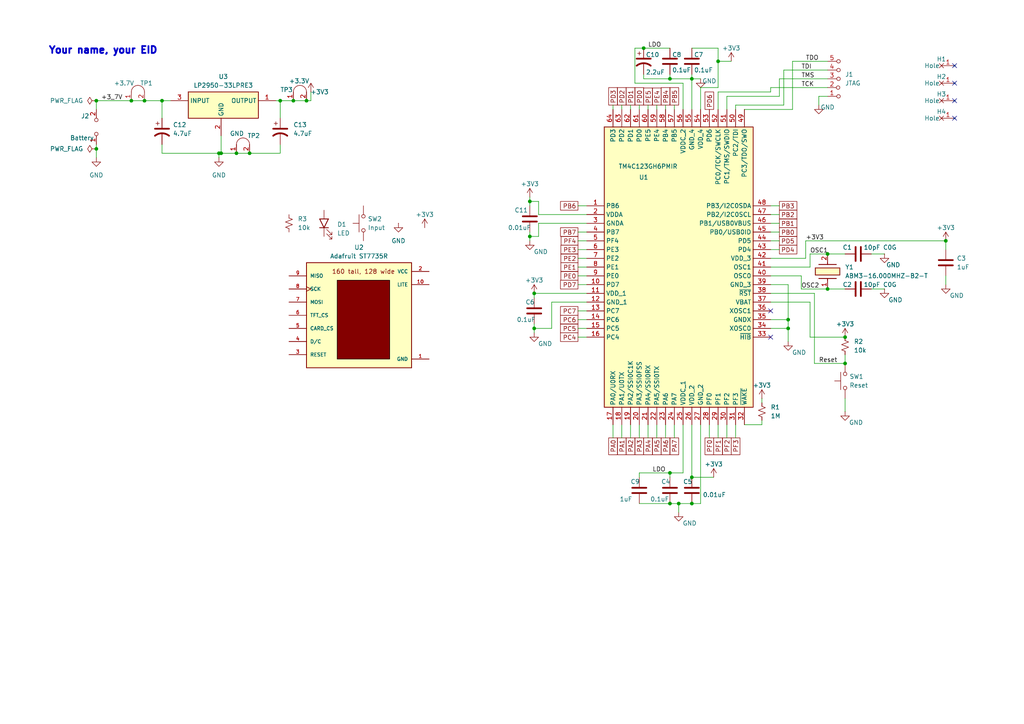
<source format=kicad_sch>
(kicad_sch (version 20231120) (generator "eeschema") (generator_version "8.0")
  (paper "A4")
  (title_block (title "ECE 445L Lab6 Project") (date "2024-02-27") (rev "v1.0.1") (company "The University of Texas at Austin"))
  (lib_symbols
    (symbol "ECE445L:ABM3-16.000MHZ-B2-T" (pin_names hide)
      (property "Reference" "Y" (at 8.89 6.35 0))
      (property "Value" "ABM3-16.000MHZ-B2-T" (at 8.89 3.81 0))
      (symbol "ABM3-16.000MHZ-B2-T_1_1"
        (polyline (pts (xy 3.048 0) (xy 2.54 0)) (stroke (width 0.254)))
        (polyline (pts (xy 3.048 2.54) (xy 3.048 -2.54)) (stroke (width 0.254)))
        (polyline (pts (xy 7.112 0) (xy 7.62 0)) (stroke (width 0.254)))
        (polyline (pts (xy 7.112 2.54) (xy 7.112 -2.54)) (stroke (width 0.254)))
        (rectangle (start 4.064 3.556) (end 6.096 -3.556) (stroke (width 0.254)) (fill (type background)))
        (pin passive line (at 0 0 0) (length 2.54) (name "1") (number "1"))
        (pin passive line (at 10.16 0 180) (length 2.54) (name "2") (number "2"))
      )
    )
    (symbol "ECE445L:Adafruit_ST7735R" (pin_names (offset 1.016))
      (property "Reference" "U?" (at -15.24 16.002 0))
      (property "Value" "Adafruit ST7735R" (at -15.24 -17.78 0))
      (symbol "Adafruit_ST7735R_0_0"
        (rectangle (start -15.24 15.24) (end 15.24 -15.24) (stroke (width 0.254)) (fill (type background)))
      )
      (symbol "Adafruit_ST7735R_1_0"
        (pin power_in line (at 20.32 -12.7 180) (length 5.08) (name "GND") (number "1"))
        (pin power_in line (at 20.32 8.89 180) (length 5.08) (name "LITE") (number "10"))
        (pin power_in line (at 20.32 12.7 180) (length 5.08) (name "VCC") (number "2"))
        (pin input line (at -20.32 -11.43 0) (length 5.08) (name "RESET") (number "3"))
        (pin input line (at -20.32 -7.62 0) (length 5.08) (name "D/C") (number "4"))
        (pin input line (at -20.32 -3.81 0) (length 5.08) (name "CARD_CS") (number "5"))
        (pin input line (at -20.32 0 0) (length 5.08) (name "TFT_CS") (number "6"))
        (pin input line (at -20.32 3.81 0) (length 5.08) (name "MOSI") (number "7"))
        (pin input clock (at -20.32 7.62 0) (length 5.08) (name "SCK") (number "8"))
        (pin output line (at -20.32 11.43 0) (length 5.08) (name "MISO") (number "9"))
      )
      (symbol "Adafruit_ST7735R_1_1"
        (rectangle (start -6.35 10.16) (end 8.89 -12.7) (stroke (width 0) (color 0 0 0 1)) (fill (type color) (color 132 0 0 1)))
        (text "160 tall, 128 wide" (at 1.27 12.7 0) (effects (font (size 1.27 1.27))))
      )
    )
    (symbol "ECE445L:C" (pin_numbers hide) (pin_names (offset 0.254))
      (property "Reference" "C" (at 0.635 2.54 0))
      (property "Value" "C" (at 0.635 -2.54 0))
      (symbol "C_0_1"
        (polyline (pts (xy -2.032 -0.762) (xy 2.032 -0.762)) (stroke (width 0.508)))
        (polyline (pts (xy -2.032 0.762) (xy 2.032 0.762)) (stroke (width 0.508)))
      )
      (symbol "C_1_1"
        (pin passive line (at 0 3.81 270) (length 2.794) (name "~") (number "1"))
        (pin passive line (at 0 -3.81 90) (length 2.794) (name "~") (number "2"))
      )
    )
    (symbol "ECE445L:C_Polarized" (pin_numbers hide) (pin_names (offset 0.254) hide)
      (property "Reference" "C" (at 0.635 2.54 0))
      (property "Value" "C_Polarized" (at 0.635 -2.54 0))
      (symbol "C_Polarized_0_1"
        (polyline (pts (xy -2.032 0.762) (xy 2.032 0.762)) (stroke (width 0.508)))
        (polyline (pts (xy -1.778 2.286) (xy -0.762 2.286)))
        (polyline (pts (xy -1.27 1.778) (xy -1.27 2.794)))
        (arc (start 2.032 -1.27) (mid 0 -0.5572) (end -2.032 -1.27) (stroke (width 0.508)))
      )
      (symbol "C_Polarized_1_1"
        (pin passive line (at 0 3.81 270) (length 2.794) (name "~") (number "1"))
        (pin passive line (at 0 -3.81 90) (length 3.302) (name "~") (number "2"))
      )
    )
    (symbol "ECE445L:Header_2" (pin_names (offset 0) hide)
      (property "Reference" "J" (at 0 2.794 0))
      (property "Value" "Header2" (at 0 -2.286 0))
      (symbol "Header_2_0_0"
        (circle (center -2.032 0) (radius 0.508))
        (circle (center 2.032 0) (radius 0.508))
      )
      (symbol "Header_2_1_1"
        (pin passive line (at -5.08 0 0) (length 2.54) (name "A") (number "1"))
        (pin passive line (at 5.08 0 180) (length 2.54) (name "B") (number "2"))
      )
    )
    (symbol "ECE445L:Header_5" (pin_names (offset 0) hide)
      (property "Reference" "J" (at 0 2.794 0))
      (property "Value" "Header_5" (at 8.89 -9.525 0))
      (symbol "Header_5_0_0"
        (circle (center 1.905 2.54) (radius 0.508))
      )
      (symbol "Header_5_1_0"
        (circle (center 1.905 -7.62) (radius 0.508))
        (circle (center 1.905 -5.08) (radius 0.508))
        (circle (center 1.905 -2.54) (radius 0.508))
        (circle (center 2.032 0) (radius 0.508))
      )
      (symbol "Header_5_1_1"
        (pin passive line (at 5.08 2.54 180) (length 2.54) (name "A") (number "1"))
        (pin passive line (at 5.08 0 180) (length 2.54) (name "B") (number "2"))
        (pin passive line (at 5.08 -2.54 180) (length 2.54) (name "C") (number "3"))
        (pin passive line (at 5.08 -5.08 180) (length 2.54) (name "C") (number "4"))
        (pin passive line (at 5.08 -7.62 180) (length 2.54) (name "C") (number "5"))
      )
    )
    (symbol "ECE445L:LED" (pin_numbers hide) (pin_names (offset 1.016) hide)
      (property "Reference" "D" (at 1.27 1.27 0))
      (property "Value" "LED" (at -5.08 -1.27 0))
      (symbol "LED_0_1"
        (polyline (pts (xy 0 -1.27) (xy -2.54 -1.27)) (stroke (width 0.254)))
        (polyline (pts (xy 0 1.27) (xy -2.54 1.27) (xy -1.27 -1.27) (xy 0 1.27)) (stroke (width 0.254)))
        (polyline (pts (xy -0.508 -3.048) (xy 1.016 -4.572) (xy 1.016 -3.81) (xy 1.016 -4.572) (xy 0.254 -4.572)))
        (polyline (pts (xy -0.508 -1.778) (xy 1.016 -3.302) (xy 1.016 -2.54) (xy 1.016 -3.302) (xy 0.254 -3.302)))
      )
      (symbol "LED_1_1"
        (pin passive line (at -1.27 -3.81 90) (length 2.54) (name "K") (number "1"))
        (pin passive line (at -1.27 3.81 270) (length 2.54) (name "A") (number "2"))
      )
    )
    (symbol "ECE445L:LP2950-33LPRE3"
      (property "Reference" "IC" (at 17.145 -2.54 0))
      (property "Value" "LP2950-33LPRE3" (at 8.255 4.445 0))
      (symbol "LP2950-33LPRE3_1_1"
        (rectangle (start 5.08 2.54) (end 25.4 -5.08) (stroke (width 0.254)) (fill (type background)))
        (pin power_out line (at 30.48 0 180) (length 5.08) (name "OUTPUT") (number "1"))
        (pin passive line (at 14.605 -10.16 90) (length 5.08) (name "GND") (number "2"))
        (pin power_in line (at 0 0 0) (length 5.08) (name "INPUT") (number "3"))
      )
    )
    (symbol "ECE445L:MountingHole"
      (property "Reference" "H" (at 0 0 0))
      (symbol "MountingHole_1_1"
        (pin power_in non_logic (at 0 0 180) (length 3.81) (name "Hole") (number "1"))
      )
    )
    (symbol "ECE445L:R_0.125W" (pin_numbers hide) (pin_names (offset 0.254) hide)
      (property "Reference" "R" (at 0.762 0.508 0))
      (property "Value" "R_0.125W" (at 0.762 -1.016 0))
      (symbol "R_0.125W_1_1"
        (polyline (pts (xy 0 0) (xy 1.016 -0.381) (xy 0 -0.762) (xy -1.016 -1.143) (xy 0 -1.524)))
        (polyline (pts (xy 0 1.524) (xy 1.016 1.143) (xy 0 0.762) (xy -1.016 0.381) (xy 0 0)))
        (pin passive line (at 0 2.54 270) (length 1.016) (name "~") (number "1"))
        (pin passive line (at 0 -2.54 90) (length 1.016) (name "~") (number "2"))
      )
    )
    (symbol "ECE445L:TM4C123GH6PMIR"
      (property "Reference" "IC" (at 49.53 27.94 0))
      (property "Value" "TM4C123GH6PMIR" (at 49.53 25.4 0))
      (symbol "TM4C123GH6PMIR_1_1"
        (rectangle (start 5.08 22.86) (end 48.26 -58.42) (stroke (width 0.254)) (fill (type background)))
        (pin passive line (at 0 0 0) (length 5.08) (name "PB6") (number "1"))
        (pin passive line (at 0 -22.86 0) (length 5.08) (name "PD7") (number "10"))
        (pin passive line (at 0 -25.4 0) (length 5.08) (name "VDD_1") (number "11"))
        (pin passive line (at 0 -27.94 0) (length 5.08) (name "GND_1") (number "12"))
        (pin passive line (at 0 -30.48 0) (length 5.08) (name "PC7") (number "13"))
        (pin passive line (at 0 -33.02 0) (length 5.08) (name "PC6") (number "14"))
        (pin passive line (at 0 -35.56 0) (length 5.08) (name "PC5") (number "15"))
        (pin passive line (at 0 -38.1 0) (length 5.08) (name "PC4") (number "16"))
        (pin passive line (at 7.62 -63.5 90) (length 5.08) (name "PA0/U0RX") (number "17"))
        (pin passive line (at 10.16 -63.5 90) (length 5.08) (name "PA1/U0TX") (number "18"))
        (pin passive line (at 12.7 -63.5 90) (length 5.08) (name "PA2/SSI0C1K") (number "19"))
        (pin passive line (at 0 -2.54 0) (length 5.08) (name "VDDA") (number "2"))
        (pin passive line (at 15.24 -63.5 90) (length 5.08) (name "PA3/SSI0FSS") (number "20"))
        (pin passive line (at 17.78 -63.5 90) (length 5.08) (name "PA4/SSI0RX") (number "21"))
        (pin passive line (at 20.32 -63.5 90) (length 5.08) (name "PA5/SSI0TX") (number "22"))
        (pin passive line (at 22.86 -63.5 90) (length 5.08) (name "PA6") (number "23"))
        (pin passive line (at 25.4 -63.5 90) (length 5.08) (name "PA7") (number "24"))
        (pin passive line (at 27.94 -63.5 90) (length 5.08) (name "VDDC_1") (number "25"))
        (pin passive line (at 30.48 -63.5 90) (length 5.08) (name "VDD_2") (number "26"))
        (pin passive line (at 33.02 -63.5 90) (length 5.08) (name "GND_2") (number "27"))
        (pin passive line (at 35.56 -63.5 90) (length 5.08) (name "PF0") (number "28"))
        (pin passive line (at 38.1 -63.5 90) (length 5.08) (name "PF1") (number "29"))
        (pin passive line (at 0 -5.08 0) (length 5.08) (name "GNDA") (number "3"))
        (pin passive line (at 40.64 -63.5 90) (length 5.08) (name "PF2") (number "30"))
        (pin passive line (at 43.18 -63.5 90) (length 5.08) (name "PF3") (number "31"))
        (pin passive line (at 45.72 -63.5 90) (length 5.08) (name "~{WAKE}") (number "32"))
        (pin passive line (at 53.34 -38.1 180) (length 5.08) (name "~{HIB}") (number "33"))
        (pin passive line (at 53.34 -35.56 180) (length 5.08) (name "XOSC0") (number "34"))
        (pin passive line (at 53.34 -33.02 180) (length 5.08) (name "GNDX") (number "35"))
        (pin passive line (at 53.34 -30.48 180) (length 5.08) (name "XOSC1") (number "36"))
        (pin passive line (at 53.34 -27.94 180) (length 5.08) (name "VBAT") (number "37"))
        (pin passive line (at 53.34 -25.4 180) (length 5.08) (name "~{RST}") (number "38"))
        (pin passive line (at 53.34 -22.86 180) (length 5.08) (name "GND_3") (number "39"))
        (pin passive line (at 0 -7.62 0) (length 5.08) (name "PB7") (number "4"))
        (pin passive line (at 53.34 -20.32 180) (length 5.08) (name "OSC0") (number "40"))
        (pin passive line (at 53.34 -17.78 180) (length 5.08) (name "OSC1") (number "41"))
        (pin passive line (at 53.34 -15.24 180) (length 5.08) (name "VDD_3") (number "42"))
        (pin passive line (at 53.34 -12.7 180) (length 5.08) (name "PD4") (number "43"))
        (pin passive line (at 53.34 -10.16 180) (length 5.08) (name "PD5") (number "44"))
        (pin passive line (at 53.34 -7.62 180) (length 5.08) (name "PB0/USB0ID") (number "45"))
        (pin passive line (at 53.34 -5.08 180) (length 5.08) (name "PB1/USB0VBUS") (number "46"))
        (pin passive line (at 53.34 -2.54 180) (length 5.08) (name "PB2/I2C0SCL") (number "47"))
        (pin passive line (at 53.34 0 180) (length 5.08) (name "PB3/I2C0SDA") (number "48"))
        (pin passive line (at 45.72 27.94 270) (length 5.08) (name "PC3/TDO/SWO") (number "49"))
        (pin passive line (at 0 -10.16 0) (length 5.08) (name "PF4") (number "5"))
        (pin passive line (at 43.18 27.94 270) (length 5.08) (name "PC2/TDI") (number "50"))
        (pin passive line (at 40.64 27.94 270) (length 5.08) (name "PC1/TMS/SWDIO") (number "51"))
        (pin passive line (at 38.1 27.94 270) (length 5.08) (name "PC0/TCK/SWCLK") (number "52"))
        (pin passive line (at 35.56 27.94 270) (length 5.08) (name "PD6") (number "53"))
        (pin passive line (at 33.02 27.94 270) (length 5.08) (name "VDD_4") (number "54"))
        (pin passive line (at 30.48 27.94 270) (length 5.08) (name "GND_4") (number "55"))
        (pin passive line (at 27.94 27.94 270) (length 5.08) (name "VDDC_2") (number "56"))
        (pin passive line (at 25.4 27.94 270) (length 5.08) (name "PB5") (number "57"))
        (pin passive line (at 22.86 27.94 270) (length 5.08) (name "PB4") (number "58"))
        (pin passive line (at 20.32 27.94 270) (length 5.08) (name "PE4") (number "59"))
        (pin passive line (at 0 -12.7 0) (length 5.08) (name "PE3") (number "6"))
        (pin passive line (at 17.78 27.94 270) (length 5.08) (name "PE5") (number "60"))
        (pin passive line (at 15.24 27.94 270) (length 5.08) (name "PD0") (number "61"))
        (pin passive line (at 12.7 27.94 270) (length 5.08) (name "PD1") (number "62"))
        (pin passive line (at 10.16 27.94 270) (length 5.08) (name "PD2") (number "63"))
        (pin passive line (at 7.62 27.94 270) (length 5.08) (name "PD3") (number "64"))
        (pin passive line (at 0 -15.24 0) (length 5.08) (name "PE2") (number "7"))
        (pin passive line (at 0 -17.78 0) (length 5.08) (name "PE1") (number "8"))
        (pin passive line (at 0 -20.32 0) (length 5.08) (name "PE0") (number "9"))
      )
    )
    (symbol "ECE445L:Testpoint" (pin_names (offset 0) hide)
      (property "Reference" "TP" (at 0 2.794 0))
      (property "Value" "TP" (at 0 -2.286 0))
      (symbol "Testpoint_0_1"
        (arc (start 0 4.445) (mid -1.347 3.887) (end -1.905 2.54))
        (arc (start 1.9051 2.5401) (mid 1.3471 3.8871) (end 0.0001 4.4451))
      )
      (symbol "Testpoint_1_1"
        (pin passive line (at -1.905 0 90) (length 2.54) (name "A") (number "1"))
        (pin passive line (at 1.905 0 90) (length 2.54) (name "B") (number "2"))
      )
    )
    (symbol "Switch:SW_Push" (pin_numbers hide) (pin_names (offset 1.016) hide)
      (property "Reference" "SW" (at 1.27 2.54 0))
      (property "Value" "SW_Push" (at 0 -1.524 0))
      (symbol "SW_Push_0_1"
        (circle (center -2.032 0) (radius 0.508))
        (polyline (pts (xy 0 1.27) (xy 0 3.048)))
        (polyline (pts (xy 2.54 1.27) (xy -2.54 1.27)))
        (circle (center 2.032 0) (radius 0.508))
        (pin passive line (at -5.08 0 0) (length 2.54) (name "1") (number "1"))
        (pin passive line (at 5.08 0 180) (length 2.54) (name "2") (number "2"))
      )
    )
    (symbol "power:+3V3" (power) (pin_numbers hide) (pin_names (offset 0) hide)
      (property "Value" "+3V3" (at 0 3.556 0))
      (symbol "+3V3_0_1"
        (polyline (pts (xy -0.762 1.27) (xy 0 2.54)))
        (polyline (pts (xy 0 0) (xy 0 2.54)))
        (polyline (pts (xy 0 2.54) (xy 0.762 1.27)))
      )
      (symbol "+3V3_1_1"
        (pin power_in line (at 0 0 90) (length 0) (name "~") (number "1"))
      )
    )
    (symbol "power:GND" (power) (pin_numbers hide) (pin_names (offset 0) hide)
      (property "Value" "GND" (at 0 -3.81 0))
      (symbol "GND_0_1"
        (polyline (pts (xy 0 0) (xy 0 -1.27) (xy 1.27 -1.27) (xy 0 -2.54) (xy -1.27 -1.27) (xy 0 -1.27)))
      )
      (symbol "GND_1_1"
        (pin power_in line (at 0 0 270) (length 0) (name "~") (number "1"))
      )
    )
    (symbol "power:PWR_FLAG" (power) (pin_numbers hide) (pin_names (offset 0) hide)
      (property "Value" "PWR_FLAG" (at 0 3.81 0))
      (symbol "PWR_FLAG_0_0"
        (pin power_out line (at 0 0 90) (length 0) (name "~") (number "1"))
      )
      (symbol "PWR_FLAG_0_1"
        (polyline (pts (xy 0 0) (xy 0 1.27) (xy -1.016 1.905) (xy 0 2.54) (xy 1.016 1.905) (xy 0 1.27)))
      )
    )
  )
  (junction (at 200.66 22.86))
  (junction (at 41.91 29.21))
  (junction (at 274.32 69.85))
  (junction (at 245.11 105.41))
  (junction (at 38.1 29.21))
  (junction (at 46.99 29.21))
  (junction (at 240.03 73.66))
  (junction (at 196.85 146.05))
  (junction (at 27.94 43.18))
  (junction (at 186.69 13.97))
  (junction (at 194.31 146.05))
  (junction (at 81.28 29.21))
  (junction (at 154.94 95.25))
  (junction (at 194.31 137.16))
  (junction (at 153.67 58.42))
  (junction (at 68.58 44.45))
  (junction (at 200.66 138.43))
  (junction (at 64.135 44.45))
  (junction (at 72.39 44.45))
  (junction (at 228.6 95.25))
  (junction (at 85.09 29.21))
  (junction (at 208.28 17.78))
  (junction (at 228.6 92.71))
  (junction (at 27.94 29.21))
  (junction (at 154.94 85.09))
  (junction (at 240.03 83.82))
  (junction (at 245.11 97.79))
  (junction (at 153.67 68.58))
  (junction (at 200.66 146.05))
  (junction (at 194.31 22.86))
  (junction (at 88.9 29.21))
  (junction (at 63.5 44.45))
  (no_connect (at 276.86 34.29))
  (no_connect (at 223.52 97.79))
  (no_connect (at 276.86 19.05))
  (no_connect (at 276.86 24.13))
  (no_connect (at 223.52 90.17))
  (no_connect (at 276.86 29.21))
  (wire (pts (xy 208.28 13.97) (xy 200.66 13.97)))
  (wire (pts (xy 203.2 25.4) (xy 208.28 25.4)))
  (wire (pts (xy 213.36 123.19) (xy 213.36 127)))
  (wire (pts (xy 274.32 80.01) (xy 274.32 82.55)))
  (wire (pts (xy 232.41 83.82) (xy 240.03 83.82)))
  (wire (pts (xy 185.42 137.16) (xy 194.31 137.16)))
  (wire (pts (xy 240.03 83.82) (xy 245.11 83.82)))
  (wire (pts (xy 220.98 115.57) (xy 220.98 116.84)))
  (wire (pts (xy 154.94 93.98) (xy 154.94 95.25)))
  (wire (pts (xy 200.66 123.19) (xy 200.66 138.43)))
  (wire (pts (xy 245.11 115.57) (xy 245.11 119.38)))
  (wire (pts (xy 212.09 17.78) (xy 208.28 17.78)))
  (wire (pts (xy 46.99 44.45) (xy 63.5 44.45)))
  (wire (pts (xy 208.28 17.78) (xy 208.28 25.4)))
  (wire (pts (xy 190.5 30.48) (xy 190.5 31.75)))
  (wire (pts (xy 223.52 69.85) (xy 226.06 69.85)))
  (wire (pts (xy 223.52 80.01) (xy 232.41 80.01)))
  (wire (pts (xy 274.32 69.85) (xy 274.32 72.39)))
  (wire (pts (xy 227.33 30.48) (xy 227.33 20.32)))
  (wire (pts (xy 223.52 72.39) (xy 226.06 72.39)))
  (wire (pts (xy 208.28 26.67) (xy 223.52 26.67)))
  (wire (pts (xy 194.31 146.05) (xy 196.85 146.05)))
  (wire (pts (xy 203.2 123.19) (xy 203.2 146.05)))
  (wire (pts (xy 194.31 22.86) (xy 200.66 22.86)))
  (wire (pts (xy 68.58 44.45) (xy 72.39 44.45)))
  (wire (pts (xy 88.9 29.21) (xy 90.17 29.21)))
  (wire (pts (xy 200.66 146.05) (xy 196.85 146.05)))
  (wire (pts (xy 203.2 146.05) (xy 200.66 146.05)))
  (wire (pts (xy 229.87 31.75) (xy 229.87 17.78)))
  (wire (pts (xy 167.64 92.71) (xy 170.18 92.71)))
  (wire (pts (xy 194.31 137.16) (xy 194.31 138.43)))
  (wire (pts (xy 200.66 22.86) (xy 200.66 31.75)))
  (wire (pts (xy 210.82 123.19) (xy 210.82 127)))
  (wire (pts (xy 160.02 87.63) (xy 160.02 95.25)))
  (wire (pts (xy 187.96 30.48) (xy 187.96 31.75)))
  (wire (pts (xy 196.85 146.05) (xy 196.85 148.59)))
  (wire (pts (xy 233.68 69.85) (xy 274.32 69.85)))
  (wire (pts (xy 228.6 95.25) (xy 228.6 99.06)))
  (wire (pts (xy 252.73 73.66) (xy 256.54 73.66)))
  (wire (pts (xy 223.52 74.93) (xy 233.68 74.93)))
  (wire (pts (xy 208.28 13.97) (xy 208.28 17.78)))
  (wire (pts (xy 200.66 21.59) (xy 200.66 22.86)))
  (wire (pts (xy 234.95 73.66) (xy 240.03 73.66)))
  (wire (pts (xy 226.06 27.94) (xy 226.06 22.86)))
  (wire (pts (xy 167.64 77.47) (xy 170.18 77.47)))
  (wire (pts (xy 198.12 123.19) (xy 198.12 137.16)))
  (wire (pts (xy 223.52 77.47) (xy 234.95 77.47)))
  (wire (pts (xy 167.64 59.69) (xy 170.18 59.69)))
  (wire (pts (xy 177.8 30.48) (xy 177.8 31.75)))
  (wire (pts (xy 186.69 13.97) (xy 194.31 13.97)))
  (wire (pts (xy 187.96 123.19) (xy 187.96 127)))
  (wire (pts (xy 154.94 85.09) (xy 154.94 86.36)))
  (wire (pts (xy 198.12 137.16) (xy 194.31 137.16)))
  (wire (pts (xy 63.5 44.45) (xy 63.5 45.72)))
  (wire (pts (xy 234.95 97.79) (xy 245.11 97.79)))
  (wire (pts (xy 167.64 67.31) (xy 170.18 67.31)))
  (wire (pts (xy 223.52 85.09) (xy 236.22 85.09)))
  (wire (pts (xy 153.67 58.42) (xy 156.21 58.42)))
  (wire (pts (xy 223.52 26.67) (xy 223.52 25.4)))
  (wire (pts (xy 223.52 59.69) (xy 226.06 59.69)))
  (wire (pts (xy 81.28 41.91) (xy 81.28 44.45)))
  (wire (pts (xy 27.94 43.18) (xy 27.94 45.72)))
  (wire (pts (xy 223.52 87.63) (xy 234.95 87.63)))
  (wire (pts (xy 177.8 123.19) (xy 177.8 127)))
  (wire (pts (xy 170.18 87.63) (xy 160.02 87.63)))
  (wire (pts (xy 46.99 41.91) (xy 46.99 44.45)))
  (wire (pts (xy 156.21 64.77) (xy 156.21 68.58)))
  (wire (pts (xy 160.02 95.25) (xy 154.94 95.25)))
  (wire (pts (xy 167.64 97.79) (xy 170.18 97.79)))
  (wire (pts (xy 182.88 30.48) (xy 182.88 31.75)))
  (wire (pts (xy 46.99 29.21) (xy 49.53 29.21)))
  (wire (pts (xy 81.28 29.21) (xy 85.09 29.21)))
  (wire (pts (xy 198.12 31.75) (xy 198.12 24.13)))
  (wire (pts (xy 27.94 29.21) (xy 38.1 29.21)))
  (wire (pts (xy 156.21 68.58) (xy 153.67 68.58)))
  (wire (pts (xy 184.15 24.13) (xy 184.15 13.97)))
  (wire (pts (xy 210.82 31.75) (xy 210.82 27.94)))
  (wire (pts (xy 205.74 123.19) (xy 205.74 127)))
  (wire (pts (xy 170.18 64.77) (xy 156.21 64.77)))
  (wire (pts (xy 215.9 31.75) (xy 229.87 31.75)))
  (wire (pts (xy 228.6 92.71) (xy 228.6 95.25)))
  (wire (pts (xy 194.31 21.59) (xy 194.31 22.86)))
  (wire (pts (xy 233.68 74.93) (xy 233.68 69.85)))
  (wire (pts (xy 223.52 92.71) (xy 228.6 92.71)))
  (wire (pts (xy 156.21 62.23) (xy 170.18 62.23)))
  (wire (pts (xy 153.67 68.58) (xy 153.67 69.85)))
  (wire (pts (xy 223.52 64.77) (xy 226.06 64.77)))
  (wire (pts (xy 90.17 29.21) (xy 90.17 26.67)))
  (wire (pts (xy 167.64 82.55) (xy 170.18 82.55)))
  (wire (pts (xy 184.15 13.97) (xy 186.69 13.97)))
  (wire (pts (xy 213.36 31.75) (xy 213.36 30.48)))
  (wire (pts (xy 85.09 29.21) (xy 88.9 29.21)))
  (wire (pts (xy 228.6 82.55) (xy 228.6 92.71)))
  (wire (pts (xy 182.88 123.19) (xy 182.88 127)))
  (wire (pts (xy 41.91 29.21) (xy 46.99 29.21)))
  (wire (pts (xy 64.135 44.45) (xy 68.58 44.45)))
  (wire (pts (xy 200.66 22.86) (xy 203.2 22.86)))
  (wire (pts (xy 208.28 31.75) (xy 208.28 26.67)))
  (wire (pts (xy 223.52 95.25) (xy 228.6 95.25)))
  (wire (pts (xy 208.28 123.19) (xy 208.28 127)))
  (wire (pts (xy 213.36 30.48) (xy 227.33 30.48)))
  (wire (pts (xy 223.52 62.23) (xy 226.06 62.23)))
  (wire (pts (xy 215.9 123.19) (xy 220.98 123.19)))
  (wire (pts (xy 229.87 17.78) (xy 240.03 17.78)))
  (wire (pts (xy 167.64 95.25) (xy 170.18 95.25)))
  (wire (pts (xy 72.39 44.45) (xy 81.28 44.45)))
  (wire (pts (xy 63.5 44.45) (xy 64.135 44.45)))
  (wire (pts (xy 220.98 123.19) (xy 220.98 121.92)))
  (wire (pts (xy 180.34 30.48) (xy 180.34 31.75)))
  (wire (pts (xy 27.94 41.91) (xy 27.94 43.18)))
  (wire (pts (xy 80.01 29.21) (xy 81.28 29.21)))
  (wire (pts (xy 203.2 31.75) (xy 203.2 25.4)))
  (wire (pts (xy 153.67 58.42) (xy 153.67 59.69)))
  (wire (pts (xy 245.11 102.87) (xy 245.11 105.41)))
  (wire (pts (xy 198.12 24.13) (xy 184.15 24.13)))
  (wire (pts (xy 186.69 22.86) (xy 194.31 22.86)))
  (wire (pts (xy 153.67 67.31) (xy 153.67 68.58)))
  (wire (pts (xy 234.95 87.63) (xy 234.95 97.79)))
  (wire (pts (xy 154.94 95.25) (xy 154.94 96.52)))
  (wire (pts (xy 185.42 30.48) (xy 185.42 31.75)))
  (wire (pts (xy 240.03 73.66) (xy 245.11 73.66)))
  (wire (pts (xy 167.64 72.39) (xy 170.18 72.39)))
  (wire (pts (xy 227.33 20.32) (xy 240.03 20.32)))
  (wire (pts (xy 193.04 123.19) (xy 193.04 127)))
  (wire (pts (xy 153.67 57.15) (xy 153.67 58.42)))
  (wire (pts (xy 240.03 27.94) (xy 237.49 27.94)))
  (wire (pts (xy 167.64 69.85) (xy 170.18 69.85)))
  (wire (pts (xy 185.42 138.43) (xy 185.42 137.16)))
  (wire (pts (xy 193.04 30.48) (xy 193.04 31.75)))
  (wire (pts (xy 236.22 85.09) (xy 236.22 105.41)))
  (wire (pts (xy 167.64 90.17) (xy 170.18 90.17)))
  (wire (pts (xy 170.18 85.09) (xy 154.94 85.09)))
  (wire (pts (xy 223.52 67.31) (xy 226.06 67.31)))
  (wire (pts (xy 64.135 39.37) (xy 64.135 44.45)))
  (wire (pts (xy 46.99 29.21) (xy 46.99 34.29)))
  (wire (pts (xy 200.66 138.43) (xy 207.01 138.43)))
  (wire (pts (xy 156.21 62.23) (xy 156.21 58.42)))
  (wire (pts (xy 234.95 77.47) (xy 234.95 73.66)))
  (wire (pts (xy 167.64 80.01) (xy 170.18 80.01)))
  (wire (pts (xy 232.41 80.01) (xy 232.41 83.82)))
  (wire (pts (xy 210.82 27.94) (xy 226.06 27.94)))
  (wire (pts (xy 226.06 22.86) (xy 240.03 22.86)))
  (wire (pts (xy 223.52 82.55) (xy 228.6 82.55)))
  (wire (pts (xy 27.94 29.21) (xy 27.94 31.75)))
  (wire (pts (xy 185.42 146.05) (xy 194.31 146.05)))
  (wire (pts (xy 185.42 123.19) (xy 185.42 127)))
  (wire (pts (xy 180.34 123.19) (xy 180.34 127)))
  (wire (pts (xy 81.28 29.21) (xy 81.28 34.29)))
  (wire (pts (xy 252.73 83.82) (xy 256.54 83.82)))
  (wire (pts (xy 186.69 21.59) (xy 186.69 22.86)))
  (wire (pts (xy 236.22 105.41) (xy 245.11 105.41)))
  (wire (pts (xy 167.64 74.93) (xy 170.18 74.93)))
  (wire (pts (xy 195.58 123.19) (xy 195.58 127)))
  (wire (pts (xy 195.58 30.48) (xy 195.58 31.75)))
  (wire (pts (xy 237.49 27.94) (xy 237.49 30.48)))
  (wire (pts (xy 38.1 29.21) (xy 41.91 29.21)))
  (wire (pts (xy 223.52 25.4) (xy 240.03 25.4)))
  (wire (pts (xy 190.5 123.19) (xy 190.5 127)))
  (text "Your name, your EID" (at 13.97 15.875 0) (effects (font (size 2 2) (thickness 0.6) (bold yes)) (justify left bottom)))
  (label "OSC2" (at 232.41 83.82 0))
  (label "TCK" (at 232.41 25.4 0))
  (label "TDI" (at 232.41 20.32 0))
  (label "LDO" (at 189.23 137.16 0))
  (label "TDO" (at 233.68 17.78 0))
  (label "TMS" (at 232.41 22.86 0))
  (label "LDO" (at 187.96 13.97 0))
  (label "OSC1" (at 234.95 73.66 0))
  (label "Reset" (at 237.49 105.41 0))
  (label "+3V3" (at 233.68 69.85 0))
  (label "+3_7V" (at 35.56 29.21 180))
  (global_label "PD7" (shape passive) (at 167.64 82.55 180) (property "Intersheetrefs" "${INTERSHEET_REFS}" (effects (hide yes))))
  (global_label "PE4" (shape passive) (at 190.5 30.48 90) (property "Intersheetrefs" "${INTERSHEET_REFS}" (effects (hide yes))))
  (global_label "PC7" (shape passive) (at 167.64 90.17 180) (property "Intersheetrefs" "${INTERSHEET_REFS}" (effects (hide yes))))
  (global_label "PF3" (shape passive) (at 213.36 127 270) (property "Intersheetrefs" "${INTERSHEET_REFS}" (effects (hide yes))))
  (global_label "PD2" (shape passive) (at 180.34 30.48 90) (property "Intersheetrefs" "${INTERSHEET_REFS}" (effects (hide yes))))
  (global_label "PA0" (shape passive) (at 177.8 127 270) (property "Intersheetrefs" "${INTERSHEET_REFS}" (effects (hide yes))))
  (global_label "PA4" (shape passive) (at 187.96 127 270) (property "Intersheetrefs" "${INTERSHEET_REFS}" (effects (hide yes))))
  (global_label "PB3" (shape passive) (at 226.06 59.69 0) (property "Intersheetrefs" "${INTERSHEET_REFS}" (effects (hide yes))))
  (global_label "PD3" (shape passive) (at 177.8 30.48 90) (property "Intersheetrefs" "${INTERSHEET_REFS}" (effects (hide yes))))
  (global_label "PB5" (shape passive) (at 195.58 30.48 90) (property "Intersheetrefs" "${INTERSHEET_REFS}" (effects (hide yes))))
  (global_label "PB1" (shape passive) (at 226.06 64.77 0) (property "Intersheetrefs" "${INTERSHEET_REFS}" (effects (hide yes))))
  (global_label "PD4" (shape passive) (at 226.06 72.39 0) (property "Intersheetrefs" "${INTERSHEET_REFS}" (effects (hide yes))))
  (global_label "PC6" (shape passive) (at 167.64 92.71 180) (property "Intersheetrefs" "${INTERSHEET_REFS}" (effects (hide yes))))
  (global_label "PA1" (shape passive) (at 180.34 127 270) (property "Intersheetrefs" "${INTERSHEET_REFS}" (effects (hide yes))))
  (global_label "PA6" (shape passive) (at 193.04 127 270) (property "Intersheetrefs" "${INTERSHEET_REFS}" (effects (hide yes))))
  (global_label "PC4" (shape passive) (at 167.64 97.79 180) (property "Intersheetrefs" "${INTERSHEET_REFS}" (effects (hide yes))))
  (global_label "PF1" (shape passive) (at 208.28 127 270) (property "Intersheetrefs" "${INTERSHEET_REFS}" (effects (hide yes))))
  (global_label "PB4" (shape passive) (at 193.04 30.48 90) (property "Intersheetrefs" "${INTERSHEET_REFS}" (effects (hide yes))))
  (global_label "PF2" (shape passive) (at 210.82 127 270) (property "Intersheetrefs" "${INTERSHEET_REFS}" (effects (hide yes))))
  (global_label "PC5" (shape passive) (at 167.64 95.25 180) (property "Intersheetrefs" "${INTERSHEET_REFS}" (effects (hide yes))))
  (global_label "PF4" (shape passive) (at 167.64 69.85 180) (property "Intersheetrefs" "${INTERSHEET_REFS}" (effects (hide yes))))
  (global_label "PF0" (shape passive) (at 205.74 127 270) (property "Intersheetrefs" "${INTERSHEET_REFS}" (effects (hide yes))))
  (global_label "PA3" (shape passive) (at 185.42 127 270) (property "Intersheetrefs" "${INTERSHEET_REFS}" (effects (hide yes))))
  (global_label "PB2" (shape passive) (at 226.06 62.23 0) (property "Intersheetrefs" "${INTERSHEET_REFS}" (effects (hide yes))))
  (global_label "PD0" (shape passive) (at 185.42 30.48 90) (property "Intersheetrefs" "${INTERSHEET_REFS}" (effects (hide yes))))
  (global_label "PE3" (shape passive) (at 167.64 72.39 180) (property "Intersheetrefs" "${INTERSHEET_REFS}" (effects (hide yes))))
  (global_label "PB6" (shape passive) (at 167.64 59.69 180) (property "Intersheetrefs" "${INTERSHEET_REFS}" (effects (hide yes))))
  (global_label "PD1" (shape passive) (at 182.88 30.48 90) (property "Intersheetrefs" "${INTERSHEET_REFS}" (effects (hide yes))))
  (global_label "PE1" (shape passive) (at 167.64 77.47 180) (property "Intersheetrefs" "${INTERSHEET_REFS}" (effects (hide yes))))
  (global_label "PB7" (shape passive) (at 167.64 67.31 180) (property "Intersheetrefs" "${INTERSHEET_REFS}" (effects (hide yes))))
  (global_label "PA7" (shape passive) (at 195.58 127 270) (property "Intersheetrefs" "${INTERSHEET_REFS}" (effects (hide yes))))
  (global_label "PE5" (shape passive) (at 187.96 30.48 90) (property "Intersheetrefs" "${INTERSHEET_REFS}" (effects (hide yes))))
  (global_label "PA5" (shape passive) (at 190.5 127 270) (property "Intersheetrefs" "${INTERSHEET_REFS}" (effects (hide yes))))
  (global_label "PD6" (shape passive) (at 205.74 31.75 90) (property "Intersheetrefs" "${INTERSHEET_REFS}" (effects (hide yes))))
  (global_label "PB0" (shape passive) (at 226.06 67.31 0) (property "Intersheetrefs" "${INTERSHEET_REFS}" (effects (hide yes))))
  (global_label "PE0" (shape passive) (at 167.64 80.01 180) (property "Intersheetrefs" "${INTERSHEET_REFS}" (effects (hide yes))))
  (global_label "PD5" (shape passive) (at 226.06 69.85 0) (property "Intersheetrefs" "${INTERSHEET_REFS}" (effects (hide yes))))
  (global_label "PA2" (shape passive) (at 182.88 127 270) (property "Intersheetrefs" "${INTERSHEET_REFS}" (effects (hide yes))))
  (global_label "PE2" (shape passive) (at 167.64 74.93 180) (property "Intersheetrefs" "${INTERSHEET_REFS}" (effects (hide yes))))
  (symbol (lib_id "power:GND") (at 203.2 22.86 0) (unit 1)
    (property "Reference" "#PWR015" (effects (hide yes)))
    (property "Value" "GND" (at 205.74 23.495 0))
    (property "Description" "Power symbol creates a global label with name \"GND\" , ground" (effects (hide yes)))
  )
  (symbol (lib_id "ECE445L:C") (at 154.94 90.17 0) (unit 1)
    (property "Reference" "C6" (at 152.4 87.63 0) (effects (justify left)))
    (property "Value" "0.1uF" (at 149.86 92.71 0) (effects (justify left)))
    (property "Footprint" "ECE445L:C_Axial_200mil" (effects (hide yes)))
    (property "Description" "Unpolarized capacitor" (effects (hide yes)))
  )
  (symbol (lib_id "power:GND") (at 196.85 148.59 0) (unit 1)
    (property "Reference" "#PWR012" (effects (hide yes)))
    (property "Value" "GND" (at 200.025 151.765 0))
    (property "Description" "Power symbol creates a global label with name \"GND\" , ground" (effects (hide yes)))
  )
  (symbol (lib_id "ECE445L:C") (at 200.66 17.78 0) (unit 1)
    (property "Reference" "C7" (at 201.295 15.875 0) (effects (justify left)))
    (property "Value" "0.1uF" (at 201.295 20.32 0) (effects (justify left)))
    (property "Footprint" "ECE445L:C_Axial_200mil" (effects (hide yes)))
    (property "Description" "Unpolarized capacitor" (effects (hide yes)))
  )
  (symbol (lib_id "ECE445L:C_Polarized") (at 46.99 38.1 0) (unit 1)
    (property "Reference" "C12" (at 50.165 36.195 0) (effects (justify left)))
    (property "Value" "4.7uF" (at 50.165 38.735 0) (effects (justify left)))
    (property "Footprint" "ECE445L:CP_Radial_Tantal200mil" (effects (hide yes)))
    (property "Description" "Polarized capacitor, US symbol" (effects (hide yes)))
  )
  (symbol (lib_id "ECE445L:R_0.125W") (at 245.11 100.33 0) (unit 1)
    (property "Reference" "R2" (at 247.65 99.06 0) (effects (justify left)))
    (property "Value" "10k" (at 247.65 101.6 0) (effects (justify left)))
    (property "Footprint" "ECE445L:R_Axial_DIN0204_L3.6mm_D1.6mm_P7.62mm_Horizontal" (effects (hide yes)))
    (property "Datasheet" "https://users.ece.utexas.edu/~valvano/mspm0/CarbonFilmresistors.pdf" (effects (hide yes)))
    (property "Description" "Resistor, small US symbol" (effects (hide yes)))
  )
  (symbol (lib_id "power:+3V3") (at 220.98 115.57 0) (unit 1)
    (property "Reference" "#PWR03" (effects (hide yes)))
    (property "Value" "+3V3" (at 220.98 111.76 0))
    (property "Description" "Power symbol creates a global label with name \"+3V3\"" (effects (hide yes)))
  )
  (symbol (lib_id "Switch:SW_Push") (at 105.41 64.77 90) (unit 1)
    (property "Reference" "SW2" (at 106.68 63.5 90) (effects (justify right)))
    (property "Value" "Input" (at 106.68 66.04 90) (effects (justify right)))
    (property "Footprint" "Button_Switch_THT:SW_PUSH_6mm" (effects (hide yes)))
    (property "Description" "Push button switch, generic, two pins" (effects (hide yes)))
  )
  (symbol (lib_id "ECE445L:C") (at 185.42 142.24 0) (unit 1)
    (property "Reference" "C9" (at 182.88 139.7 0) (effects (justify left)))
    (property "Value" "1uF" (at 179.705 144.78 0) (effects (justify left)))
    (property "Footprint" "ECE445L:C_Axial_200mil" (effects (hide yes)))
    (property "Description" "Unpolarized capacitor" (effects (hide yes)))
  )
  (symbol (lib_id "power:+3V3") (at 245.11 97.79 0) (unit 1)
    (property "Reference" "#PWR05" (effects (hide yes)))
    (property "Value" "+3V3" (at 245.11 93.98 0))
    (property "Description" "Power symbol creates a global label with name \"+3V3\"" (effects (hide yes)))
  )
  (symbol (lib_id "power:GND") (at 256.54 73.66 0) (unit 1)
    (property "Reference" "#PWR02" (effects (hide yes)))
    (property "Value" "GND" (at 259.08 76.835 0))
    (property "Description" "Power symbol creates a global label with name \"GND\" , ground" (effects (hide yes)))
  )
  (symbol (lib_id "power:PWR_FLAG") (at 27.94 29.21 90) (unit 1)
    (property "Reference" "#FLG01" (effects (hide yes)))
    (property "Value" "PWR_FLAG" (at 24.13 29.2099 90) (effects (justify left)))
    (property "Description" "Special symbol for telling ERC where power comes from" (effects (hide yes)))
  )
  (symbol (lib_id "ECE445L:LED") (at 95.25 64.77 0) (unit 1)
    (property "Reference" "D1" (at 97.79 65.0875 0) (effects (justify left)))
    (property "Value" "LED" (at 97.79 67.6275 0) (effects (justify left)))
    (property "Footprint" "ECE445L:LED_D5.0mm" (effects (hide yes)))
    (property "Datasheet" "https://users.ece.utexas.edu/~valvano/mspm0/HLMP-4700.pdf" (effects (hide yes)))
    (property "Description" "Light emitting diode" (effects (hide yes)))
  )
  (symbol (lib_id "ECE445L:C") (at 153.67 63.5 0) (unit 1)
    (property "Reference" "C11" (at 149.225 60.96 0) (effects (justify left)))
    (property "Value" "0.01uF" (at 147.32 66.04 0) (effects (justify left)))
    (property "Footprint" "ECE445L:C_Axial_200mil" (effects (hide yes)))
    (property "Description" "Unpolarized capacitor" (effects (hide yes)))
  )
  (symbol (lib_id "power:GND") (at 245.11 119.38 0) (unit 1)
    (property "Reference" "#PWR04" (effects (hide yes)))
    (property "Value" "GND" (at 248.285 122.555 0))
    (property "Description" "Power symbol creates a global label with name \"GND\" , ground" (effects (hide yes)))
  )
  (symbol (lib_id "Switch:SW_Push") (at 245.11 110.49 90) (unit 1)
    (property "Reference" "SW1" (at 246.38 109.22 90) (effects (justify right)))
    (property "Value" "Reset" (at 246.38 111.76 90) (effects (justify right)))
    (property "Footprint" "Button_Switch_THT:SW_PUSH_6mm" (effects (hide yes)))
    (property "Description" "Push button switch, generic, two pins" (effects (hide yes)))
  )
  (symbol (lib_id "power:GND") (at 153.67 69.85 0) (unit 1)
    (property "Reference" "#PWR016" (effects (hide yes)))
    (property "Value" "GND" (at 156.845 73.025 0))
    (property "Description" "Power symbol creates a global label with name \"GND\" , ground" (effects (hide yes)))
  )
  (symbol (lib_id "power:PWR_FLAG") (at 27.94 43.18 90) (unit 1)
    (property "Reference" "#FLG02" (effects (hide yes)))
    (property "Value" "PWR_FLAG" (at 24.13 43.1799 90) (effects (justify left)))
    (property "Description" "Special symbol for telling ERC where power comes from" (effects (hide yes)))
  )
  (symbol (lib_id "ECE445L:C") (at 248.92 83.82 90) (unit 1)
    (property "Reference" "C2" (at 245.745 82.55 90))
    (property "Value" "10pF C0G" (at 255.27 82.55 90))
    (property "Footprint" "ECE445L:C_Axial_200mil" (effects (hide yes)))
    (property "Description" "Unpolarized capacitor" (effects (hide yes)))
  )
  (symbol (lib_id "ECE445L:ABM3-16.000MHZ-B2-T") (at 240.03 83.82 90) (unit 1)
    (property "Reference" "Y1" (at 245.11 77.4699 90) (effects (justify right)))
    (property "Value" "ABM3-16.000MHZ-B2-T" (at 245.11 80.0099 90) (effects (justify right)))
    (property "Footprint" "ECE445L:ABM3" (effects (hide yes)))
    (property "Datasheet" "https://abracon.com/Resonators/abm3.pdf" (effects (hide yes)))
    (property "Description" "16 MHz +/-20ppm Crystal 18pF 40 Ohms 2-SMD, No Lead" (effects (hide yes)))
    (property "Height" "1.3" (effects (hide yes)))
    (property "Mouser Part Number" "815-ABM3-16-B2-T" (effects (hide yes)))
    (property "Mouser Price/Stock" "https://www.mouser.co.uk/ProductDetail/ABRACON/ABM3-16.000MHZ-B2-T?qs=H8AWquzS%2FlOF%252BStKHcxcSw%3D%3D" (effects (hide yes)))
    (property "Manufacturer_Name" "ABRACON" (effects (hide yes)))
    (property "Manufacturer_Part_Number" "ABM3-16.000MHZ-B2-T" (effects (hide yes)))
  )
  (symbol (lib_id "ECE445L:Header_2") (at 27.94 36.83 90) (unit 1)
    (property "Reference" "J2" (at 23.495 33.655 90) (effects (justify right)))
    (property "Value" "Battery" (at 20.32 40.005 90) (effects (justify right)))
    (property "Footprint" "ECE445L:PinHeader_1x02_P2.54mm_Vertical" (effects (hide yes)))
    (property "Description" "Header, 2-pole" (effects (hide yes)))
  )
  (symbol (lib_id "power:+3V3") (at 207.01 138.43 0) (unit 1)
    (property "Reference" "#PWR010" (effects (hide yes)))
    (property "Value" "+3V3" (at 207.01 134.62 0))
    (property "Description" "Power symbol creates a global label with name \"+3V3\"" (effects (hide yes)))
  )
  (symbol (lib_id "ECE445L:C") (at 194.31 142.24 0) (unit 1)
    (property "Reference" "C4" (at 191.77 139.7 0) (effects (justify left)))
    (property "Value" "0.1uF" (at 188.595 144.78 0) (effects (justify left)))
    (property "Footprint" "ECE445L:C_Axial_200mil" (effects (hide yes)))
    (property "Description" "Unpolarized capacitor" (effects (hide yes)))
  )
  (symbol (lib_id "ECE445L:MountingHole") (at 276.86 29.21 0) (unit 1)
    (property "Reference" "H3" (at 273.05 27.305 0))
    (property "Value" "~" (at 276.86 29.21 0))
    (property "Footprint" "ECE445L:MountingHole_4_40" (effects (hide yes)))
    (property "Description" "Drill hole for 4-40 screw" (effects (hide yes)))
  )
  (symbol (lib_id "ECE445L:Adafruit_ST7735R") (at 104.14 91.44 0) (unit 1)
    (property "Reference" "U2" (at 104.14 71.755 0))
    (property "Value" "Adafruit ST7735R" (at 104.14 74.295 0))
    (property "Footprint" "ECE445L:adafruit_st7735r2" (effects (hide yes)))
    (property "Datasheet" "https://www.mouser.com/datasheet/2/737/ST7735R_V0_2-2489618.pdf" (effects (hide yes)))
    (property "Distributor" "Mouser" (effects (hide yes)))
    (property "Manufacturer" "Adafruit" (effects (hide yes)))
    (property "P/N" "358" (effects (hide yes)))
    (property "Cost" "19.95" (effects (hide yes)))
  )
  (symbol (lib_id "ECE445L:LP2950-33LPRE3") (at 49.53 29.21 0) (unit 1)
    (property "Reference" "U3" (at 64.77 22.225 0))
    (property "Value" "LP2950-33LPRE3" (at 64.77 24.765 0))
    (property "Footprint" "ECE445L:TL431CLPM" (effects (hide yes)))
    (property "Datasheet" "http://www.ti.com/lit/gpn/lp2950" (effects (hide yes)))
    (property "Description" "Adjustable Micropower Voltage Regulator With Shutdown" (effects (hide yes)))
    (property "Height" "9.34" (effects (hide yes)))
    (property "Mouser Part Number" "595-LP2950-33LPRE3" (effects (hide yes)))
    (property "Mouser Price/Stock" "https://www.mouser.co.uk/ProductDetail/Texas-Instruments/LP2950-33LPRE3?qs=iSMark9AYDUagDsOL8Eqdw%3D%3D" (effects (hide yes)))
    (property "Manufacturer_Name" "Texas Instruments" (effects (hide yes)))
    (property "Manufacturer_Part_Number" "LP2950-33LPRE3" (effects (hide yes)))
  )
  (symbol (lib_id "ECE445L:R_0.125W") (at 220.98 119.38 0) (unit 1)
    (property "Reference" "R1" (at 223.52 118.11 0) (effects (justify left)))
    (property "Value" "1M" (at 223.52 120.65 0) (effects (justify left)))
    (property "Footprint" "ECE445L:R_Axial_DIN0204_L3.6mm_D1.6mm_P7.62mm_Horizontal" (effects (hide yes)))
    (property "Datasheet" "https://users.ece.utexas.edu/~valvano/mspm0/CarbonFilmresistors.pdf" (effects (hide yes)))
    (property "Description" "Resistor, small US symbol" (effects (hide yes)))
  )
  (symbol (lib_id "ECE445L:C") (at 194.31 17.78 0) (unit 1)
    (property "Reference" "C8" (at 194.945 15.875 0) (effects (justify left)))
    (property "Value" "0.1uF" (at 194.945 20.32 0) (effects (justify left)))
    (property "Footprint" "ECE445L:C_Axial_200mil" (effects (hide yes)))
    (property "Description" "Unpolarized capacitor" (effects (hide yes)))
  )
  (symbol (lib_id "power:GND") (at 228.6 99.06 0) (unit 1)
    (property "Reference" "#PWR06" (effects (hide yes)))
    (property "Value" "GND" (at 231.775 102.235 0))
    (property "Description" "Power symbol creates a global label with name \"GND\" , ground" (effects (hide yes)))
  )
  (symbol (lib_id "power:GND") (at 63.5 45.72 0) (unit 1)
    (property "Reference" "#PWR018" (effects (hide yes)))
    (property "Value" "GND" (at 63.5 50.8 0))
    (property "Description" "Power symbol creates a global label with name \"GND\" , ground" (effects (hide yes)))
  )
  (symbol (lib_id "ECE445L:MountingHole") (at 276.86 19.05 0) (unit 1)
    (property "Reference" "H1" (at 273.05 17.145 0))
    (property "Value" "~" (at 276.86 19.05 0))
    (property "Footprint" "ECE445L:MountingHole_4_40" (effects (hide yes)))
    (property "Description" "Drill hole for 4-40 screw" (effects (hide yes)))
  )
  (symbol (lib_id "ECE445L:MountingHole") (at 276.86 24.13 0) (unit 1)
    (property "Reference" "H2" (at 273.05 22.225 0))
    (property "Value" "~" (at 276.86 24.13 0))
    (property "Footprint" "ECE445L:MountingHole_4_40" (effects (hide yes)))
    (property "Description" "Drill hole for 4-40 screw" (effects (hide yes)))
  )
  (symbol (lib_id "power:+3V3") (at 274.32 69.85 0) (unit 1)
    (property "Reference" "#PWR07" (effects (hide yes)))
    (property "Value" "+3V3" (at 274.32 66.04 0))
    (property "Description" "Power symbol creates a global label with name \"+3V3\"" (effects (hide yes)))
  )
  (symbol (lib_id "power:GND") (at 237.49 30.48 0) (unit 1)
    (property "Reference" "#PWR017" (effects (hide yes)))
    (property "Value" "GND" (at 240.03 31.115 0))
    (property "Description" "Power symbol creates a global label with name \"GND\" , ground" (effects (hide yes)))
  )
  (symbol (lib_id "ECE445L:Testpoint") (at 70.485 44.45 0) (unit 1)
    (property "Reference" "TP2" (at 71.755 39.37 0) (effects (justify left)))
    (property "Value" "GND" (at 66.675 38.735 0) (effects (justify left)))
    (property "Footprint" "ECE445L:Testpoint_1x02_P2.54mm" (effects (hide yes)))
    (property "Description" "Testpoint" (effects (hide yes)))
  )
  (symbol (lib_id "power:GND") (at 256.54 83.82 0) (unit 1)
    (property "Reference" "#PWR01" (effects (hide yes)))
    (property "Value" "GND" (at 259.715 86.995 0))
    (property "Description" "Power symbol creates a global label with name \"GND\" , ground" (effects (hide yes)))
  )
  (symbol (lib_id "ECE445L:C") (at 200.66 142.24 0) (unit 1)
    (property "Reference" "C5" (at 198.12 139.7 0) (effects (justify left)))
    (property "Value" "0.01uF" (at 203.835 143.51 0) (effects (justify left)))
    (property "Footprint" "ECE445L:C_Axial_200mil" (effects (hide yes)))
    (property "Description" "Unpolarized capacitor" (effects (hide yes)))
  )
  (symbol (lib_id "ECE445L:C_Polarized") (at 186.69 17.78 0) (unit 1)
    (property "Reference" "C10" (at 187.325 15.875 0) (effects (justify left)))
    (property "Value" "2.2uF" (at 187.325 20.955 0) (effects (justify left)))
    (property "Footprint" "ECE445L:CP_Radial_Tantal200mil" (effects (hide yes)))
    (property "Description" "Polarized capacitor, US symbol" (effects (hide yes)))
  )
  (symbol (lib_id "ECE445L:Testpoint") (at 40.005 29.21 0) (unit 1)
    (property "Reference" "TP1" (at 40.64 24.13 0) (effects (justify left)))
    (property "Value" "+3.7V" (at 33.02 24.13 0) (effects (justify left)))
    (property "Footprint" "ECE445L:Testpoint_1x02_P2.54mm" (effects (hide yes)))
    (property "Description" "Testpoint" (effects (hide yes)))
  )
  (symbol (lib_id "power:+3V3") (at 90.17 26.67 0) (unit 1)
    (property "Reference" "#PWR0103" (effects (hide yes)))
    (property "Value" "+3V3" (at 92.71 26.67 0))
    (property "Description" "Power symbol creates a global label with name \"+3V3\"" (effects (hide yes)))
  )
  (symbol (lib_id "power:+3V3") (at 154.94 85.09 0) (unit 1)
    (property "Reference" "#PWR013" (effects (hide yes)))
    (property "Value" "+3V3" (at 154.94 81.28 0))
    (property "Description" "Power symbol creates a global label with name \"+3V3\"" (effects (hide yes)))
  )
  (symbol (lib_id "power:GND") (at 27.94 45.72 0) (unit 1)
    (property "Reference" "#PWR019" (effects (hide yes)))
    (property "Value" "GND" (at 27.94 50.8 0))
    (property "Description" "Power symbol creates a global label with name \"GND\" , ground" (effects (hide yes)))
  )
  (symbol (lib_id "power:GND") (at 115.57 64.77 0) (unit 1)
    (property "Reference" "#PWR0102" (effects (hide yes)))
    (property "Value" "GND" (at 115.57 69.85 0))
    (property "Description" "Power symbol creates a global label with name \"GND\" , ground" (effects (hide yes)))
  )
  (symbol (lib_id "ECE445L:Header_5") (at 245.11 25.4 180) (unit 1)
    (property "Reference" "J1" (at 245.11 21.59 0) (effects (justify right)))
    (property "Value" "JTAG" (at 245.11 24.13 0) (effects (justify right)))
    (property "Footprint" "ECE445L:PinHeader_1x05_P2.54mm_Vertical" (effects (hide yes)))
    (property "Description" "Header, 4-pin" (effects (hide yes)))
  )
  (symbol (lib_id "power:+3V3") (at 153.67 57.15 0) (unit 1)
    (property "Reference" "#PWR011" (effects (hide yes)))
    (property "Value" "+3V3" (at 153.67 53.34 0))
    (property "Description" "Power symbol creates a global label with name \"+3V3\"" (effects (hide yes)))
  )
  (symbol (lib_id "ECE445L:C_Polarized") (at 81.28 38.1 0) (unit 1)
    (property "Reference" "C13" (at 85.09 36.195 0) (effects (justify left)))
    (property "Value" "4.7uF" (at 85.09 38.735 0) (effects (justify left)))
    (property "Footprint" "ECE445L:CP_Radial_Tantal200mil" (effects (hide yes)))
    (property "Description" "Polarized capacitor, US symbol" (effects (hide yes)))
  )
  (symbol (lib_id "ECE445L:C") (at 274.32 76.2 0) (unit 1)
    (property "Reference" "C3" (at 277.495 74.93 0) (effects (justify left)))
    (property "Value" "1uF" (at 277.495 77.47 0) (effects (justify left)))
    (property "Footprint" "ECE445L:C_Axial_200mil" (effects (hide yes)))
    (property "Description" "Unpolarized capacitor" (effects (hide yes)))
  )
  (symbol (lib_id "ECE445L:R_0.125W") (at 83.82 64.77 0) (unit 1)
    (property "Reference" "R3" (at 86.36 63.5 0) (effects (justify left)))
    (property "Value" "10k" (at 86.36 66.04 0) (effects (justify left)))
    (property "Footprint" "ECE445L:R_Axial_DIN0204_L3.6mm_D1.6mm_P7.62mm_Horizontal" (effects (hide yes)))
    (property "Datasheet" "https://users.ece.utexas.edu/~valvano/mspm0/CarbonFilmresistors.pdf" (effects (hide yes)))
    (property "Description" "Resistor, small US symbol" (effects (hide yes)))
  )
  (symbol (lib_id "power:GND") (at 154.94 96.52 0) (unit 1)
    (property "Reference" "#PWR014" (effects (hide yes)))
    (property "Value" "GND" (at 158.115 99.695 0))
    (property "Description" "Power symbol creates a global label with name \"GND\" , ground" (effects (hide yes)))
  )
  (symbol (lib_id "ECE445L:TM4C123GH6PMIR") (at 170.18 59.69 0) (unit 1)
    (property "Reference" "U1" (at 186.69 51.435 0))
    (property "Value" "TM4C123GH6PMIR" (at 187.96 48.26 0))
    (property "Footprint" "ECE445L:QFP50P1200X1200X160-64N" (effects (hide yes)))
    (property "Datasheet" "http://www.ti.com/general/docs/suppproductinfo.tsp?distId=10&gotoUrl=http%3A%2F%2Fwww.ti.com%2Flit%2Fgpn%2Ftm4c123gh6pm" (effects (hide yes)))
    (property "Description" "High performance 32-bit ARM&#174; Cortex&#174;-M4F based MCU" (effects (hide yes)))
    (property "Height" "1.6" (effects (hide yes)))
    (property "Mouser Part Number" "595-TM4C123GH6PMIR" (effects (hide yes)))
    (property "Mouser Price/Stock" "https://www.mouser.co.uk/ProductDetail/Texas-Instruments/TM4C123GH6PMIR?qs=9Y9qB%2FCsC3k3Wi%252BBS4c4WA%3D%3D" (effects (hide yes)))
    (property "Manufacturer_Name" "Texas Instruments" (effects (hide yes)))
    (property "Manufacturer_Part_Number" "TM4C123GH6PMIR" (effects (hide yes)))
  )
  (symbol (lib_id "power:+3V3") (at 212.09 17.78 0) (unit 1)
    (property "Reference" "#PWR09" (effects (hide yes)))
    (property "Value" "+3V3" (at 212.09 13.97 0))
    (property "Description" "Power symbol creates a global label with name \"+3V3\"" (effects (hide yes)))
  )
  (symbol (lib_id "ECE445L:MountingHole") (at 276.86 34.29 0) (unit 1)
    (property "Reference" "H4" (at 273.05 32.385 0))
    (property "Value" "~" (at 276.86 34.29 0))
    (property "Footprint" "ECE445L:MountingHole_4_40" (effects (hide yes)))
    (property "Description" "Drill hole for 4-40 screw" (effects (hide yes)))
  )
  (symbol (lib_id "power:GND") (at 274.32 82.55 0) (unit 1)
    (property "Reference" "#PWR08" (effects (hide yes)))
    (property "Value" "GND" (at 277.495 85.725 0))
    (property "Description" "Power symbol creates a global label with name \"GND\" , ground" (effects (hide yes)))
  )
  (symbol (lib_id "ECE445L:Testpoint") (at 86.995 29.21 0) (unit 1)
    (property "Reference" "TP3" (at 81.28 26.035 0) (effects (justify left)))
    (property "Value" "+3.3V" (at 83.82 23.495 0) (effects (justify left)))
    (property "Footprint" "ECE445L:Testpoint_1x02_P2.54mm" (effects (hide yes)))
    (property "Description" "Testpoint" (effects (hide yes)))
  )
  (symbol (lib_id "ECE445L:C") (at 248.92 73.66 90) (unit 1)
    (property "Reference" "C1" (at 245.745 71.755 90))
    (property "Value" "10pF C0G" (at 255.27 71.755 90))
    (property "Footprint" "ECE445L:C_Axial_200mil" (effects (hide yes)))
    (property "Description" "Unpolarized capacitor" (effects (hide yes)))
  )
  (symbol (lib_id "power:+3V3") (at 123.19 66.04 0) (unit 1)
    (property "Reference" "#PWR0101" (effects (hide yes)))
    (property "Value" "+3V3" (at 123.19 62.23 0))
    (property "Description" "Power symbol creates a global label with name \"+3V3\"" (effects (hide yes)))
  )
)
</source>
